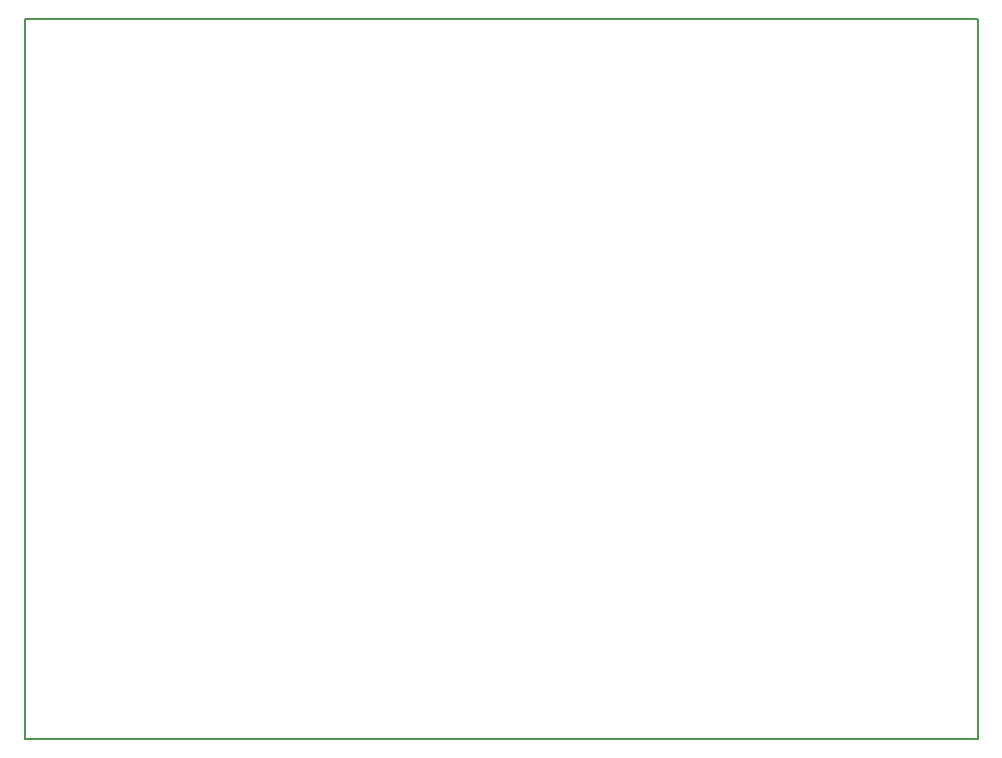
<source format=gbr>
%TF.GenerationSoftware,KiCad,Pcbnew,8.0.0*%
%TF.CreationDate,2024-03-01T13:16:54-07:00*%
%TF.ProjectId,2023IdealDiode,32303233-4964-4656-916c-44696f64652e,rev?*%
%TF.SameCoordinates,Original*%
%TF.FileFunction,Profile,NP*%
%FSLAX46Y46*%
G04 Gerber Fmt 4.6, Leading zero omitted, Abs format (unit mm)*
G04 Created by KiCad (PCBNEW 8.0.0) date 2024-03-01 13:16:54*
%MOMM*%
%LPD*%
G01*
G04 APERTURE LIST*
%TA.AperFunction,Profile*%
%ADD10C,0.200000*%
%TD*%
G04 APERTURE END LIST*
D10*
X278765000Y-221615000D02*
X359410000Y-221615000D01*
X359410000Y-282575000D01*
X278765000Y-282575000D01*
X278765000Y-221615000D01*
M02*

</source>
